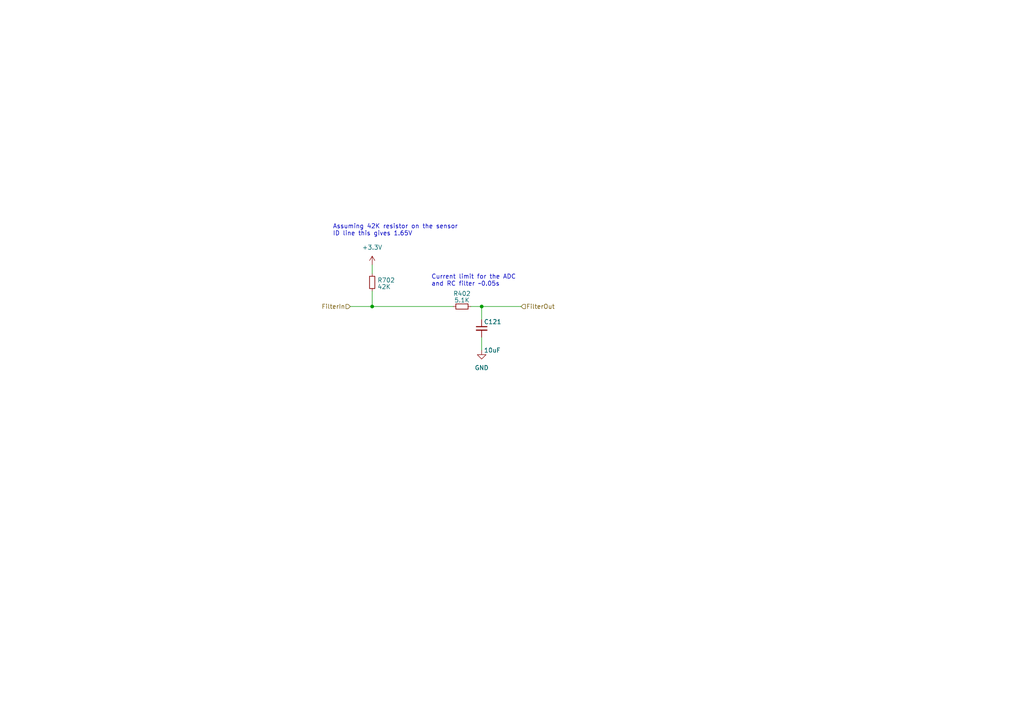
<source format=kicad_sch>
(kicad_sch (version 20230121) (generator eeschema)
  (paper "A4")
  (lib_symbols
    (symbol "Device:R_Small" (pin_numbers hide) (pin_names (offset 0.254) hide)
      (property "Reference" "R" (at 0.762 0.508 0))
      (property "Value" "R_Small" (at 0.762 -1.016 0))
      (symbol "R_Small_0_1"
        (rectangle (start -0.762 1.778) (end 0.762 -1.778) (stroke (width 0.2032)))
      )
      (symbol "R_Small_1_1"
        (pin passive line (at 0 2.54 270) (length 0.762) (name "~") (number "1"))
        (pin passive line (at 0 -2.54 90) (length 0.762) (name "~") (number "2"))
      )
    )
    (symbol "PGD-Library:C_Small" (pin_numbers hide) (pin_names (offset 0.254) hide)
      (property "Reference" "C" (at 0.254 1.778 0))
      (property "Value" "C_Small" (at 0.254 -2.032 0))
      (symbol "C_Small_0_1"
        (polyline (pts (xy -1.524 -0.508) (xy 1.524 -0.508)) (stroke (width 0.3302)))
        (polyline (pts (xy -1.524 0.508) (xy 1.524 0.508)) (stroke (width 0.3048)))
      )
      (symbol "C_Small_1_1"
        (pin passive line (at 0 2.54 270) (length 2.032) (name "~") (number "1"))
        (pin passive line (at 0 -2.54 90) (length 2.032) (name "~") (number "2"))
      )
    )
    (symbol "power:+3.3V" (power) (pin_names (offset 0))
      (property "Value" "+3.3V" (at 0 3.556 0))
      (symbol "+3.3V_0_1"
        (polyline (pts (xy -0.762 1.27) (xy 0 2.54)))
        (polyline (pts (xy 0 0) (xy 0 2.54)))
        (polyline (pts (xy 0 2.54) (xy 0.762 1.27)))
      )
      (symbol "+3.3V_1_1"
        (pin power_in line (at 0 0 90) (length 0) hide (name "+3.3V") (number "1"))
      )
    )
    (symbol "power:GND" (power) (pin_names (offset 0))
      (property "Value" "GND" (at 0 -3.81 0))
      (symbol "GND_0_1"
        (polyline (pts (xy 0 0) (xy 0 -1.27) (xy 1.27 -1.27) (xy 0 -2.54) (xy -1.27 -1.27) (xy 0 -1.27)))
      )
      (symbol "GND_1_1"
        (pin power_in line (at 0 0 270) (length 0) hide (name "GND") (number "1"))
      )
    )
  )
  (junction (at 107.95 88.9))
  (junction (at 139.7 88.9))
  (wire (pts (xy 107.95 88.9) (xy 131.445 88.9)))
  (wire (pts (xy 107.95 76.835) (xy 107.95 79.375)))
  (wire (pts (xy 139.7 88.9) (xy 151.13 88.9)))
  (wire (pts (xy 139.7 97.79) (xy 139.7 101.6)))
  (wire (pts (xy 139.7 88.9) (xy 139.7 92.71)))
  (wire (pts (xy 136.525 88.9) (xy 139.7 88.9)))
  (wire (pts (xy 101.6 88.9) (xy 107.95 88.9)))
  (wire (pts (xy 107.95 84.455) (xy 107.95 88.9)))
  (text "Assuming 42K resistor on the sensor\nID line this gives 1.65V" (at 96.52 68.58 0) (effects (font (size 1.27 1.27)) (justify left bottom)))
  (text "Current limit for the ADC\nand RC filter ~0.05s" (at 125.095 83.185 0) (effects (font (size 1.27 1.27)) (justify left bottom)))
  (hierarchical_label "FilterOut" (shape input) (at 151.13 88.9 0))
  (hierarchical_label "FilterIn" (shape input) (at 101.6 88.9 180))
  (symbol (lib_id "power:+3.3V") (at 107.95 76.835 0) (unit 1)
    (property "Reference" "#PWR0201" (effects hide))
    (property "Value" "+3.3V" (at 107.95 71.755 0))
    (instances (project "FlatTester" (path "" (reference "#PWR0201") (unit 1)) (path "" (reference "#PWR0105") (unit 1))) (project "PiraniGaugeDisplay" (path "" (reference "#PWR0158") (unit 1)) (path "" (reference "#PWR0401") (unit 1)) (path "" (reference "#PWR0701") (unit 1)) (path "" (reference "#PWR0801") (unit 1))) (project "Output_4Ch_SoftLimits" (path "" (reference "#PWR0209") (unit 1)) (path "" (reference "#PWR0106") (unit 1)) (path "" (reference "#PWR0308") (unit 1))) (project "Bincorp_485JoystickControllerV1" (path "" (reference "#PWR0125") (unit 1))) (project "Output_2ch_FaultTolerant" (path "" (reference "#PWR032") (unit 1))))
  )
  (symbol (lib_id "power:GND") (at 139.7 101.6 0) (unit 1)
    (property "Reference" "#PWR0161" (effects hide))
    (property "Value" "GND" (at 139.7 106.68 0))
    (instances (project "PiraniGaugeDisplay" (path "" (reference "#PWR0161") (unit 1)) (path "" (reference "#PWR0404") (unit 1)) (path "" (reference "#PWR0702") (unit 1)) (path "" (reference "#PWR0802") (unit 1))) (project "Bincorp_485JoystickControllerV1" (path "" (reference "#PWR0112") (unit 1))) (project "CAN-CalibratedTempProbeV1R1" (path "" (reference "#PWR0108") (unit 1))))
  )
  (symbol (lib_id "PGD-Library:C_Small") (at 139.7 95.25 0) (unit 1)
    (property "Reference" "C121" (at 140.335 93.345 0) (effects (justify left)))
    (property "Value" "10uF" (at 140.335 101.6 0) (effects (justify left)))
    (property "Footprint" "Capacitor_SMD:C_1206_3216Metric" (effects hide))
    (property "Datasheet" "https://www.lcsc.com/product-detail/Multilayer-Ceramic-Capacitors-MLCC-SMD-SMT_Samsung-Electro-Mechanics-CL31A106KBHNNNE_C13585.html" (effects hide))
    (property "LCSC Part" "C13585" (effects hide))
    (property "JLC Part" "Basic Part" (effects hide))
    (instances (project "PiraniGaugeDisplay" (path "" (reference "C121") (unit 1)) (path "" (reference "C403") (unit 1)) (path "" (reference "C501") (unit 1)) (path "" (reference "C601") (unit 1)) (path "" (reference "C701") (unit 1)) (path "" (reference "C801") (unit 1))) (project "CAN-CalibratedTempProbeV1R1" (path "" (reference "C103") (unit 1))) (project "PowerConditionerPCB_V1" (path "" (reference "C601") (unit 1))))
  )
  (symbol (lib_id "Device:R_Small") (at 133.985 88.9 90) (unit 1)
    (property "Reference" "R402" (at 133.985 85.1535 90))
    (property "Value" "5.1K" (at 133.985 87.0745 90))
    (instances (project "PiraniGaugeDisplay" (path "" (reference "R402") (unit 1)) (path "" (reference "R501") (unit 1)) (path "" (reference "R601") (unit 1)) (path "" (reference "R701") (unit 1)) (path "" (reference "R802") (unit 1))))
  )
  (symbol (lib_id "Device:R_Small") (at 107.95 81.915 0) (unit 1)
    (property "Reference" "R702" (at 109.4486 81.2713 0) (effects (justify left)))
    (property "Value" "42K" (at 109.4486 83.1923 0) (effects (justify left)))
    (instances (project "PiraniGaugeDisplay" (path "" (reference "R702") (unit 1)) (path "" (reference "R801") (unit 1))))
  )
)
</source>
